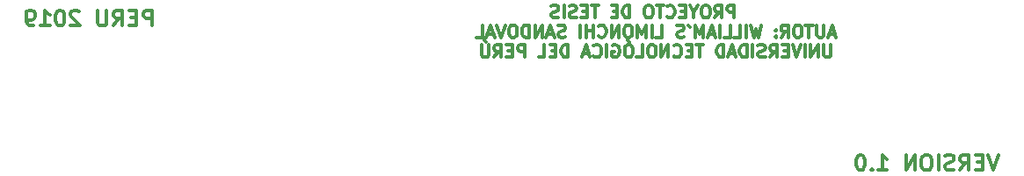
<source format=gbr>
G04 #@! TF.GenerationSoftware,KiCad,Pcbnew,(5.0.0)*
G04 #@! TF.CreationDate,2019-01-04T11:12:30-05:00*
G04 #@! TF.ProjectId,Sistema_Adquisicion_Tesis,53697374656D615F4164717569736963,rev?*
G04 #@! TF.SameCoordinates,Original*
G04 #@! TF.FileFunction,Legend,Bot*
G04 #@! TF.FilePolarity,Positive*
%FSLAX46Y46*%
G04 Gerber Fmt 4.6, Leading zero omitted, Abs format (unit mm)*
G04 Created by KiCad (PCBNEW (5.0.0)) date 01/04/19 11:12:30*
%MOMM*%
%LPD*%
G01*
G04 APERTURE LIST*
%ADD10C,0.300000*%
G04 APERTURE END LIST*
D10*
X154883571Y-149673571D02*
X154383571Y-151173571D01*
X153883571Y-149673571D01*
X153383571Y-150387857D02*
X152883571Y-150387857D01*
X152669285Y-151173571D02*
X153383571Y-151173571D01*
X153383571Y-149673571D01*
X152669285Y-149673571D01*
X151169285Y-151173571D02*
X151669285Y-150459285D01*
X152026428Y-151173571D02*
X152026428Y-149673571D01*
X151455000Y-149673571D01*
X151312142Y-149745000D01*
X151240714Y-149816428D01*
X151169285Y-149959285D01*
X151169285Y-150173571D01*
X151240714Y-150316428D01*
X151312142Y-150387857D01*
X151455000Y-150459285D01*
X152026428Y-150459285D01*
X150597857Y-151102142D02*
X150383571Y-151173571D01*
X150026428Y-151173571D01*
X149883571Y-151102142D01*
X149812142Y-151030714D01*
X149740714Y-150887857D01*
X149740714Y-150745000D01*
X149812142Y-150602142D01*
X149883571Y-150530714D01*
X150026428Y-150459285D01*
X150312142Y-150387857D01*
X150455000Y-150316428D01*
X150526428Y-150245000D01*
X150597857Y-150102142D01*
X150597857Y-149959285D01*
X150526428Y-149816428D01*
X150455000Y-149745000D01*
X150312142Y-149673571D01*
X149955000Y-149673571D01*
X149740714Y-149745000D01*
X149097857Y-151173571D02*
X149097857Y-149673571D01*
X148097857Y-149673571D02*
X147812142Y-149673571D01*
X147669285Y-149745000D01*
X147526428Y-149887857D01*
X147455000Y-150173571D01*
X147455000Y-150673571D01*
X147526428Y-150959285D01*
X147669285Y-151102142D01*
X147812142Y-151173571D01*
X148097857Y-151173571D01*
X148240714Y-151102142D01*
X148383571Y-150959285D01*
X148455000Y-150673571D01*
X148455000Y-150173571D01*
X148383571Y-149887857D01*
X148240714Y-149745000D01*
X148097857Y-149673571D01*
X146812142Y-151173571D02*
X146812142Y-149673571D01*
X145955000Y-151173571D01*
X145955000Y-149673571D01*
X143312142Y-151173571D02*
X144169285Y-151173571D01*
X143740714Y-151173571D02*
X143740714Y-149673571D01*
X143883571Y-149887857D01*
X144026428Y-150030714D01*
X144169285Y-150102142D01*
X142669285Y-151030714D02*
X142597857Y-151102142D01*
X142669285Y-151173571D01*
X142740714Y-151102142D01*
X142669285Y-151030714D01*
X142669285Y-151173571D01*
X141669285Y-149673571D02*
X141526428Y-149673571D01*
X141383571Y-149745000D01*
X141312142Y-149816428D01*
X141240714Y-149959285D01*
X141169285Y-150245000D01*
X141169285Y-150602142D01*
X141240714Y-150887857D01*
X141312142Y-151030714D01*
X141383571Y-151102142D01*
X141526428Y-151173571D01*
X141669285Y-151173571D01*
X141812142Y-151102142D01*
X141883571Y-151030714D01*
X141955000Y-150887857D01*
X142026428Y-150602142D01*
X142026428Y-150245000D01*
X141955000Y-149959285D01*
X141883571Y-149816428D01*
X141812142Y-149745000D01*
X141669285Y-149673571D01*
X138748571Y-139042857D02*
X138748571Y-140014285D01*
X138691428Y-140128571D01*
X138634285Y-140185714D01*
X138520000Y-140242857D01*
X138291428Y-140242857D01*
X138177142Y-140185714D01*
X138120000Y-140128571D01*
X138062857Y-140014285D01*
X138062857Y-139042857D01*
X137491428Y-140242857D02*
X137491428Y-139042857D01*
X136805714Y-140242857D01*
X136805714Y-139042857D01*
X136234285Y-140242857D02*
X136234285Y-139042857D01*
X135834285Y-139042857D02*
X135434285Y-140242857D01*
X135034285Y-139042857D01*
X134634285Y-139614285D02*
X134234285Y-139614285D01*
X134062857Y-140242857D02*
X134634285Y-140242857D01*
X134634285Y-139042857D01*
X134062857Y-139042857D01*
X132862857Y-140242857D02*
X133262857Y-139671428D01*
X133548571Y-140242857D02*
X133548571Y-139042857D01*
X133091428Y-139042857D01*
X132977142Y-139100000D01*
X132920000Y-139157142D01*
X132862857Y-139271428D01*
X132862857Y-139442857D01*
X132920000Y-139557142D01*
X132977142Y-139614285D01*
X133091428Y-139671428D01*
X133548571Y-139671428D01*
X132405714Y-140185714D02*
X132234285Y-140242857D01*
X131948571Y-140242857D01*
X131834285Y-140185714D01*
X131777142Y-140128571D01*
X131720000Y-140014285D01*
X131720000Y-139900000D01*
X131777142Y-139785714D01*
X131834285Y-139728571D01*
X131948571Y-139671428D01*
X132177142Y-139614285D01*
X132291428Y-139557142D01*
X132348571Y-139500000D01*
X132405714Y-139385714D01*
X132405714Y-139271428D01*
X132348571Y-139157142D01*
X132291428Y-139100000D01*
X132177142Y-139042857D01*
X131891428Y-139042857D01*
X131720000Y-139100000D01*
X131205714Y-140242857D02*
X131205714Y-139042857D01*
X130634285Y-140242857D02*
X130634285Y-139042857D01*
X130348571Y-139042857D01*
X130177142Y-139100000D01*
X130062857Y-139214285D01*
X130005714Y-139328571D01*
X129948571Y-139557142D01*
X129948571Y-139728571D01*
X130005714Y-139957142D01*
X130062857Y-140071428D01*
X130177142Y-140185714D01*
X130348571Y-140242857D01*
X130634285Y-140242857D01*
X129491428Y-139900000D02*
X128920000Y-139900000D01*
X129605714Y-140242857D02*
X129205714Y-139042857D01*
X128805714Y-140242857D01*
X128405714Y-140242857D02*
X128405714Y-139042857D01*
X128120000Y-139042857D01*
X127948571Y-139100000D01*
X127834285Y-139214285D01*
X127777142Y-139328571D01*
X127720000Y-139557142D01*
X127720000Y-139728571D01*
X127777142Y-139957142D01*
X127834285Y-140071428D01*
X127948571Y-140185714D01*
X128120000Y-140242857D01*
X128405714Y-140242857D01*
X126462857Y-139042857D02*
X125777142Y-139042857D01*
X126120000Y-140242857D02*
X126120000Y-139042857D01*
X125377142Y-139614285D02*
X124977142Y-139614285D01*
X124805714Y-140242857D02*
X125377142Y-140242857D01*
X125377142Y-139042857D01*
X124805714Y-139042857D01*
X123605714Y-140128571D02*
X123662857Y-140185714D01*
X123834285Y-140242857D01*
X123948571Y-140242857D01*
X124120000Y-140185714D01*
X124234285Y-140071428D01*
X124291428Y-139957142D01*
X124348571Y-139728571D01*
X124348571Y-139557142D01*
X124291428Y-139328571D01*
X124234285Y-139214285D01*
X124120000Y-139100000D01*
X123948571Y-139042857D01*
X123834285Y-139042857D01*
X123662857Y-139100000D01*
X123605714Y-139157142D01*
X123091428Y-140242857D02*
X123091428Y-139042857D01*
X122405714Y-140242857D01*
X122405714Y-139042857D01*
X121605714Y-139042857D02*
X121377142Y-139042857D01*
X121262857Y-139100000D01*
X121148571Y-139214285D01*
X121091428Y-139442857D01*
X121091428Y-139842857D01*
X121148571Y-140071428D01*
X121262857Y-140185714D01*
X121377142Y-140242857D01*
X121605714Y-140242857D01*
X121720000Y-140185714D01*
X121834285Y-140071428D01*
X121891428Y-139842857D01*
X121891428Y-139442857D01*
X121834285Y-139214285D01*
X121720000Y-139100000D01*
X121605714Y-139042857D01*
X120005714Y-140242857D02*
X120577142Y-140242857D01*
X120577142Y-139042857D01*
X119377142Y-139042857D02*
X119148571Y-139042857D01*
X119034285Y-139100000D01*
X118920000Y-139214285D01*
X118862857Y-139442857D01*
X118862857Y-139842857D01*
X118920000Y-140071428D01*
X119034285Y-140185714D01*
X119148571Y-140242857D01*
X119377142Y-140242857D01*
X119491428Y-140185714D01*
X119605714Y-140071428D01*
X119662857Y-139842857D01*
X119662857Y-139442857D01*
X119605714Y-139214285D01*
X119491428Y-139100000D01*
X119377142Y-139042857D01*
X119148571Y-138585714D02*
X119320000Y-138757142D01*
X117720000Y-139100000D02*
X117834285Y-139042857D01*
X118005714Y-139042857D01*
X118177142Y-139100000D01*
X118291428Y-139214285D01*
X118348571Y-139328571D01*
X118405714Y-139557142D01*
X118405714Y-139728571D01*
X118348571Y-139957142D01*
X118291428Y-140071428D01*
X118177142Y-140185714D01*
X118005714Y-140242857D01*
X117891428Y-140242857D01*
X117720000Y-140185714D01*
X117662857Y-140128571D01*
X117662857Y-139728571D01*
X117891428Y-139728571D01*
X117148571Y-140242857D02*
X117148571Y-139042857D01*
X115891428Y-140128571D02*
X115948571Y-140185714D01*
X116120000Y-140242857D01*
X116234285Y-140242857D01*
X116405714Y-140185714D01*
X116520000Y-140071428D01*
X116577142Y-139957142D01*
X116634285Y-139728571D01*
X116634285Y-139557142D01*
X116577142Y-139328571D01*
X116520000Y-139214285D01*
X116405714Y-139100000D01*
X116234285Y-139042857D01*
X116120000Y-139042857D01*
X115948571Y-139100000D01*
X115891428Y-139157142D01*
X115434285Y-139900000D02*
X114862857Y-139900000D01*
X115548571Y-140242857D02*
X115148571Y-139042857D01*
X114748571Y-140242857D01*
X113434285Y-140242857D02*
X113434285Y-139042857D01*
X113148571Y-139042857D01*
X112977142Y-139100000D01*
X112862857Y-139214285D01*
X112805714Y-139328571D01*
X112748571Y-139557142D01*
X112748571Y-139728571D01*
X112805714Y-139957142D01*
X112862857Y-140071428D01*
X112977142Y-140185714D01*
X113148571Y-140242857D01*
X113434285Y-140242857D01*
X112234285Y-139614285D02*
X111834285Y-139614285D01*
X111662857Y-140242857D02*
X112234285Y-140242857D01*
X112234285Y-139042857D01*
X111662857Y-139042857D01*
X110577142Y-140242857D02*
X111148571Y-140242857D01*
X111148571Y-139042857D01*
X109262857Y-140242857D02*
X109262857Y-139042857D01*
X108805714Y-139042857D01*
X108691428Y-139100000D01*
X108634285Y-139157142D01*
X108577142Y-139271428D01*
X108577142Y-139442857D01*
X108634285Y-139557142D01*
X108691428Y-139614285D01*
X108805714Y-139671428D01*
X109262857Y-139671428D01*
X108062857Y-139614285D02*
X107662857Y-139614285D01*
X107491428Y-140242857D02*
X108062857Y-140242857D01*
X108062857Y-139042857D01*
X107491428Y-139042857D01*
X106291428Y-140242857D02*
X106691428Y-139671428D01*
X106977142Y-140242857D02*
X106977142Y-139042857D01*
X106520000Y-139042857D01*
X106405714Y-139100000D01*
X106348571Y-139157142D01*
X106291428Y-139271428D01*
X106291428Y-139442857D01*
X106348571Y-139557142D01*
X106405714Y-139614285D01*
X106520000Y-139671428D01*
X106977142Y-139671428D01*
X105777142Y-139042857D02*
X105777142Y-140014285D01*
X105720000Y-140128571D01*
X105662857Y-140185714D01*
X105548571Y-140242857D01*
X105320000Y-140242857D01*
X105205714Y-140185714D01*
X105148571Y-140128571D01*
X105091428Y-140014285D01*
X105091428Y-139042857D01*
X105320000Y-138585714D02*
X105491428Y-138757142D01*
X73345714Y-137203571D02*
X73345714Y-135703571D01*
X72774285Y-135703571D01*
X72631428Y-135775000D01*
X72560000Y-135846428D01*
X72488571Y-135989285D01*
X72488571Y-136203571D01*
X72560000Y-136346428D01*
X72631428Y-136417857D01*
X72774285Y-136489285D01*
X73345714Y-136489285D01*
X71845714Y-136417857D02*
X71345714Y-136417857D01*
X71131428Y-137203571D02*
X71845714Y-137203571D01*
X71845714Y-135703571D01*
X71131428Y-135703571D01*
X69631428Y-137203571D02*
X70131428Y-136489285D01*
X70488571Y-137203571D02*
X70488571Y-135703571D01*
X69917142Y-135703571D01*
X69774285Y-135775000D01*
X69702857Y-135846428D01*
X69631428Y-135989285D01*
X69631428Y-136203571D01*
X69702857Y-136346428D01*
X69774285Y-136417857D01*
X69917142Y-136489285D01*
X70488571Y-136489285D01*
X68988571Y-135703571D02*
X68988571Y-136917857D01*
X68917142Y-137060714D01*
X68845714Y-137132142D01*
X68702857Y-137203571D01*
X68417142Y-137203571D01*
X68274285Y-137132142D01*
X68202857Y-137060714D01*
X68131428Y-136917857D01*
X68131428Y-135703571D01*
X66345714Y-135846428D02*
X66274285Y-135775000D01*
X66131428Y-135703571D01*
X65774285Y-135703571D01*
X65631428Y-135775000D01*
X65560000Y-135846428D01*
X65488571Y-135989285D01*
X65488571Y-136132142D01*
X65560000Y-136346428D01*
X66417142Y-137203571D01*
X65488571Y-137203571D01*
X64560000Y-135703571D02*
X64417142Y-135703571D01*
X64274285Y-135775000D01*
X64202857Y-135846428D01*
X64131428Y-135989285D01*
X64060000Y-136275000D01*
X64060000Y-136632142D01*
X64131428Y-136917857D01*
X64202857Y-137060714D01*
X64274285Y-137132142D01*
X64417142Y-137203571D01*
X64560000Y-137203571D01*
X64702857Y-137132142D01*
X64774285Y-137060714D01*
X64845714Y-136917857D01*
X64917142Y-136632142D01*
X64917142Y-136275000D01*
X64845714Y-135989285D01*
X64774285Y-135846428D01*
X64702857Y-135775000D01*
X64560000Y-135703571D01*
X62631428Y-137203571D02*
X63488571Y-137203571D01*
X63060000Y-137203571D02*
X63060000Y-135703571D01*
X63202857Y-135917857D01*
X63345714Y-136060714D01*
X63488571Y-136132142D01*
X61917142Y-137203571D02*
X61631428Y-137203571D01*
X61488571Y-137132142D01*
X61417142Y-137060714D01*
X61274285Y-136846428D01*
X61202857Y-136560714D01*
X61202857Y-135989285D01*
X61274285Y-135846428D01*
X61345714Y-135775000D01*
X61488571Y-135703571D01*
X61774285Y-135703571D01*
X61917142Y-135775000D01*
X61988571Y-135846428D01*
X62060000Y-135989285D01*
X62060000Y-136346428D01*
X61988571Y-136489285D01*
X61917142Y-136560714D01*
X61774285Y-136632142D01*
X61488571Y-136632142D01*
X61345714Y-136560714D01*
X61274285Y-136489285D01*
X61202857Y-136346428D01*
X139148571Y-137995000D02*
X138577142Y-137995000D01*
X139262857Y-138337857D02*
X138862857Y-137137857D01*
X138462857Y-138337857D01*
X138062857Y-137137857D02*
X138062857Y-138109285D01*
X138005714Y-138223571D01*
X137948571Y-138280714D01*
X137834285Y-138337857D01*
X137605714Y-138337857D01*
X137491428Y-138280714D01*
X137434285Y-138223571D01*
X137377142Y-138109285D01*
X137377142Y-137137857D01*
X136977142Y-137137857D02*
X136291428Y-137137857D01*
X136634285Y-138337857D02*
X136634285Y-137137857D01*
X135662857Y-137137857D02*
X135434285Y-137137857D01*
X135320000Y-137195000D01*
X135205714Y-137309285D01*
X135148571Y-137537857D01*
X135148571Y-137937857D01*
X135205714Y-138166428D01*
X135320000Y-138280714D01*
X135434285Y-138337857D01*
X135662857Y-138337857D01*
X135777142Y-138280714D01*
X135891428Y-138166428D01*
X135948571Y-137937857D01*
X135948571Y-137537857D01*
X135891428Y-137309285D01*
X135777142Y-137195000D01*
X135662857Y-137137857D01*
X133948571Y-138337857D02*
X134348571Y-137766428D01*
X134634285Y-138337857D02*
X134634285Y-137137857D01*
X134177142Y-137137857D01*
X134062857Y-137195000D01*
X134005714Y-137252142D01*
X133948571Y-137366428D01*
X133948571Y-137537857D01*
X134005714Y-137652142D01*
X134062857Y-137709285D01*
X134177142Y-137766428D01*
X134634285Y-137766428D01*
X133434285Y-138223571D02*
X133377142Y-138280714D01*
X133434285Y-138337857D01*
X133491428Y-138280714D01*
X133434285Y-138223571D01*
X133434285Y-138337857D01*
X133434285Y-137595000D02*
X133377142Y-137652142D01*
X133434285Y-137709285D01*
X133491428Y-137652142D01*
X133434285Y-137595000D01*
X133434285Y-137709285D01*
X132062857Y-137137857D02*
X131777142Y-138337857D01*
X131548571Y-137480714D01*
X131320000Y-138337857D01*
X131034285Y-137137857D01*
X130577142Y-138337857D02*
X130577142Y-137137857D01*
X129434285Y-138337857D02*
X130005714Y-138337857D01*
X130005714Y-137137857D01*
X128462857Y-138337857D02*
X129034285Y-138337857D01*
X129034285Y-137137857D01*
X128062857Y-138337857D02*
X128062857Y-137137857D01*
X127548571Y-137995000D02*
X126977142Y-137995000D01*
X127662857Y-138337857D02*
X127262857Y-137137857D01*
X126862857Y-138337857D01*
X126462857Y-138337857D02*
X126462857Y-137137857D01*
X126062857Y-137995000D01*
X125662857Y-137137857D01*
X125662857Y-138337857D01*
X125034285Y-137137857D02*
X125148571Y-137366428D01*
X124577142Y-138280714D02*
X124405714Y-138337857D01*
X124120000Y-138337857D01*
X124005714Y-138280714D01*
X123948571Y-138223571D01*
X123891428Y-138109285D01*
X123891428Y-137995000D01*
X123948571Y-137880714D01*
X124005714Y-137823571D01*
X124120000Y-137766428D01*
X124348571Y-137709285D01*
X124462857Y-137652142D01*
X124520000Y-137595000D01*
X124577142Y-137480714D01*
X124577142Y-137366428D01*
X124520000Y-137252142D01*
X124462857Y-137195000D01*
X124348571Y-137137857D01*
X124062857Y-137137857D01*
X123891428Y-137195000D01*
X121891428Y-138337857D02*
X122462857Y-138337857D01*
X122462857Y-137137857D01*
X121491428Y-138337857D02*
X121491428Y-137137857D01*
X120920000Y-138337857D02*
X120920000Y-137137857D01*
X120520000Y-137995000D01*
X120120000Y-137137857D01*
X120120000Y-138337857D01*
X119320000Y-137137857D02*
X119091428Y-137137857D01*
X118977142Y-137195000D01*
X118862857Y-137309285D01*
X118805714Y-137537857D01*
X118805714Y-137937857D01*
X118862857Y-138166428D01*
X118977142Y-138280714D01*
X119091428Y-138337857D01*
X119320000Y-138337857D01*
X119434285Y-138280714D01*
X119548571Y-138166428D01*
X119605714Y-137937857D01*
X119605714Y-137537857D01*
X119548571Y-137309285D01*
X119434285Y-137195000D01*
X119320000Y-137137857D01*
X118291428Y-138337857D02*
X118291428Y-137137857D01*
X117605714Y-138337857D01*
X117605714Y-137137857D01*
X116348571Y-138223571D02*
X116405714Y-138280714D01*
X116577142Y-138337857D01*
X116691428Y-138337857D01*
X116862857Y-138280714D01*
X116977142Y-138166428D01*
X117034285Y-138052142D01*
X117091428Y-137823571D01*
X117091428Y-137652142D01*
X117034285Y-137423571D01*
X116977142Y-137309285D01*
X116862857Y-137195000D01*
X116691428Y-137137857D01*
X116577142Y-137137857D01*
X116405714Y-137195000D01*
X116348571Y-137252142D01*
X115834285Y-138337857D02*
X115834285Y-137137857D01*
X115834285Y-137709285D02*
X115148571Y-137709285D01*
X115148571Y-138337857D02*
X115148571Y-137137857D01*
X114577142Y-138337857D02*
X114577142Y-137137857D01*
X113148571Y-138280714D02*
X112977142Y-138337857D01*
X112691428Y-138337857D01*
X112577142Y-138280714D01*
X112520000Y-138223571D01*
X112462857Y-138109285D01*
X112462857Y-137995000D01*
X112520000Y-137880714D01*
X112577142Y-137823571D01*
X112691428Y-137766428D01*
X112920000Y-137709285D01*
X113034285Y-137652142D01*
X113091428Y-137595000D01*
X113148571Y-137480714D01*
X113148571Y-137366428D01*
X113091428Y-137252142D01*
X113034285Y-137195000D01*
X112920000Y-137137857D01*
X112634285Y-137137857D01*
X112462857Y-137195000D01*
X112005714Y-137995000D02*
X111434285Y-137995000D01*
X112120000Y-138337857D02*
X111720000Y-137137857D01*
X111320000Y-138337857D01*
X110920000Y-138337857D02*
X110920000Y-137137857D01*
X110234285Y-138337857D01*
X110234285Y-137137857D01*
X109662857Y-138337857D02*
X109662857Y-137137857D01*
X109377142Y-137137857D01*
X109205714Y-137195000D01*
X109091428Y-137309285D01*
X109034285Y-137423571D01*
X108977142Y-137652142D01*
X108977142Y-137823571D01*
X109034285Y-138052142D01*
X109091428Y-138166428D01*
X109205714Y-138280714D01*
X109377142Y-138337857D01*
X109662857Y-138337857D01*
X108234285Y-137137857D02*
X108005714Y-137137857D01*
X107891428Y-137195000D01*
X107777142Y-137309285D01*
X107720000Y-137537857D01*
X107720000Y-137937857D01*
X107777142Y-138166428D01*
X107891428Y-138280714D01*
X108005714Y-138337857D01*
X108234285Y-138337857D01*
X108348571Y-138280714D01*
X108462857Y-138166428D01*
X108520000Y-137937857D01*
X108520000Y-137537857D01*
X108462857Y-137309285D01*
X108348571Y-137195000D01*
X108234285Y-137137857D01*
X107377142Y-137137857D02*
X106977142Y-138337857D01*
X106577142Y-137137857D01*
X106234285Y-137995000D02*
X105662857Y-137995000D01*
X106348571Y-138337857D02*
X105948571Y-137137857D01*
X105548571Y-138337857D01*
X104577142Y-138337857D02*
X105148571Y-138337857D01*
X105148571Y-137137857D01*
X129421428Y-136432857D02*
X129421428Y-135232857D01*
X128964285Y-135232857D01*
X128850000Y-135290000D01*
X128792857Y-135347142D01*
X128735714Y-135461428D01*
X128735714Y-135632857D01*
X128792857Y-135747142D01*
X128850000Y-135804285D01*
X128964285Y-135861428D01*
X129421428Y-135861428D01*
X127535714Y-136432857D02*
X127935714Y-135861428D01*
X128221428Y-136432857D02*
X128221428Y-135232857D01*
X127764285Y-135232857D01*
X127650000Y-135290000D01*
X127592857Y-135347142D01*
X127535714Y-135461428D01*
X127535714Y-135632857D01*
X127592857Y-135747142D01*
X127650000Y-135804285D01*
X127764285Y-135861428D01*
X128221428Y-135861428D01*
X126792857Y-135232857D02*
X126564285Y-135232857D01*
X126450000Y-135290000D01*
X126335714Y-135404285D01*
X126278571Y-135632857D01*
X126278571Y-136032857D01*
X126335714Y-136261428D01*
X126450000Y-136375714D01*
X126564285Y-136432857D01*
X126792857Y-136432857D01*
X126907142Y-136375714D01*
X127021428Y-136261428D01*
X127078571Y-136032857D01*
X127078571Y-135632857D01*
X127021428Y-135404285D01*
X126907142Y-135290000D01*
X126792857Y-135232857D01*
X125535714Y-135861428D02*
X125535714Y-136432857D01*
X125935714Y-135232857D02*
X125535714Y-135861428D01*
X125135714Y-135232857D01*
X124735714Y-135804285D02*
X124335714Y-135804285D01*
X124164285Y-136432857D02*
X124735714Y-136432857D01*
X124735714Y-135232857D01*
X124164285Y-135232857D01*
X122964285Y-136318571D02*
X123021428Y-136375714D01*
X123192857Y-136432857D01*
X123307142Y-136432857D01*
X123478571Y-136375714D01*
X123592857Y-136261428D01*
X123650000Y-136147142D01*
X123707142Y-135918571D01*
X123707142Y-135747142D01*
X123650000Y-135518571D01*
X123592857Y-135404285D01*
X123478571Y-135290000D01*
X123307142Y-135232857D01*
X123192857Y-135232857D01*
X123021428Y-135290000D01*
X122964285Y-135347142D01*
X122621428Y-135232857D02*
X121935714Y-135232857D01*
X122278571Y-136432857D02*
X122278571Y-135232857D01*
X121307142Y-135232857D02*
X121078571Y-135232857D01*
X120964285Y-135290000D01*
X120850000Y-135404285D01*
X120792857Y-135632857D01*
X120792857Y-136032857D01*
X120850000Y-136261428D01*
X120964285Y-136375714D01*
X121078571Y-136432857D01*
X121307142Y-136432857D01*
X121421428Y-136375714D01*
X121535714Y-136261428D01*
X121592857Y-136032857D01*
X121592857Y-135632857D01*
X121535714Y-135404285D01*
X121421428Y-135290000D01*
X121307142Y-135232857D01*
X119364285Y-136432857D02*
X119364285Y-135232857D01*
X119078571Y-135232857D01*
X118907142Y-135290000D01*
X118792857Y-135404285D01*
X118735714Y-135518571D01*
X118678571Y-135747142D01*
X118678571Y-135918571D01*
X118735714Y-136147142D01*
X118792857Y-136261428D01*
X118907142Y-136375714D01*
X119078571Y-136432857D01*
X119364285Y-136432857D01*
X118164285Y-135804285D02*
X117764285Y-135804285D01*
X117592857Y-136432857D02*
X118164285Y-136432857D01*
X118164285Y-135232857D01*
X117592857Y-135232857D01*
X116335714Y-135232857D02*
X115650000Y-135232857D01*
X115992857Y-136432857D02*
X115992857Y-135232857D01*
X115250000Y-135804285D02*
X114850000Y-135804285D01*
X114678571Y-136432857D02*
X115250000Y-136432857D01*
X115250000Y-135232857D01*
X114678571Y-135232857D01*
X114221428Y-136375714D02*
X114050000Y-136432857D01*
X113764285Y-136432857D01*
X113650000Y-136375714D01*
X113592857Y-136318571D01*
X113535714Y-136204285D01*
X113535714Y-136090000D01*
X113592857Y-135975714D01*
X113650000Y-135918571D01*
X113764285Y-135861428D01*
X113992857Y-135804285D01*
X114107142Y-135747142D01*
X114164285Y-135690000D01*
X114221428Y-135575714D01*
X114221428Y-135461428D01*
X114164285Y-135347142D01*
X114107142Y-135290000D01*
X113992857Y-135232857D01*
X113707142Y-135232857D01*
X113535714Y-135290000D01*
X113021428Y-136432857D02*
X113021428Y-135232857D01*
X112507142Y-136375714D02*
X112335714Y-136432857D01*
X112050000Y-136432857D01*
X111935714Y-136375714D01*
X111878571Y-136318571D01*
X111821428Y-136204285D01*
X111821428Y-136090000D01*
X111878571Y-135975714D01*
X111935714Y-135918571D01*
X112050000Y-135861428D01*
X112278571Y-135804285D01*
X112392857Y-135747142D01*
X112450000Y-135690000D01*
X112507142Y-135575714D01*
X112507142Y-135461428D01*
X112450000Y-135347142D01*
X112392857Y-135290000D01*
X112278571Y-135232857D01*
X111992857Y-135232857D01*
X111821428Y-135290000D01*
M02*

</source>
